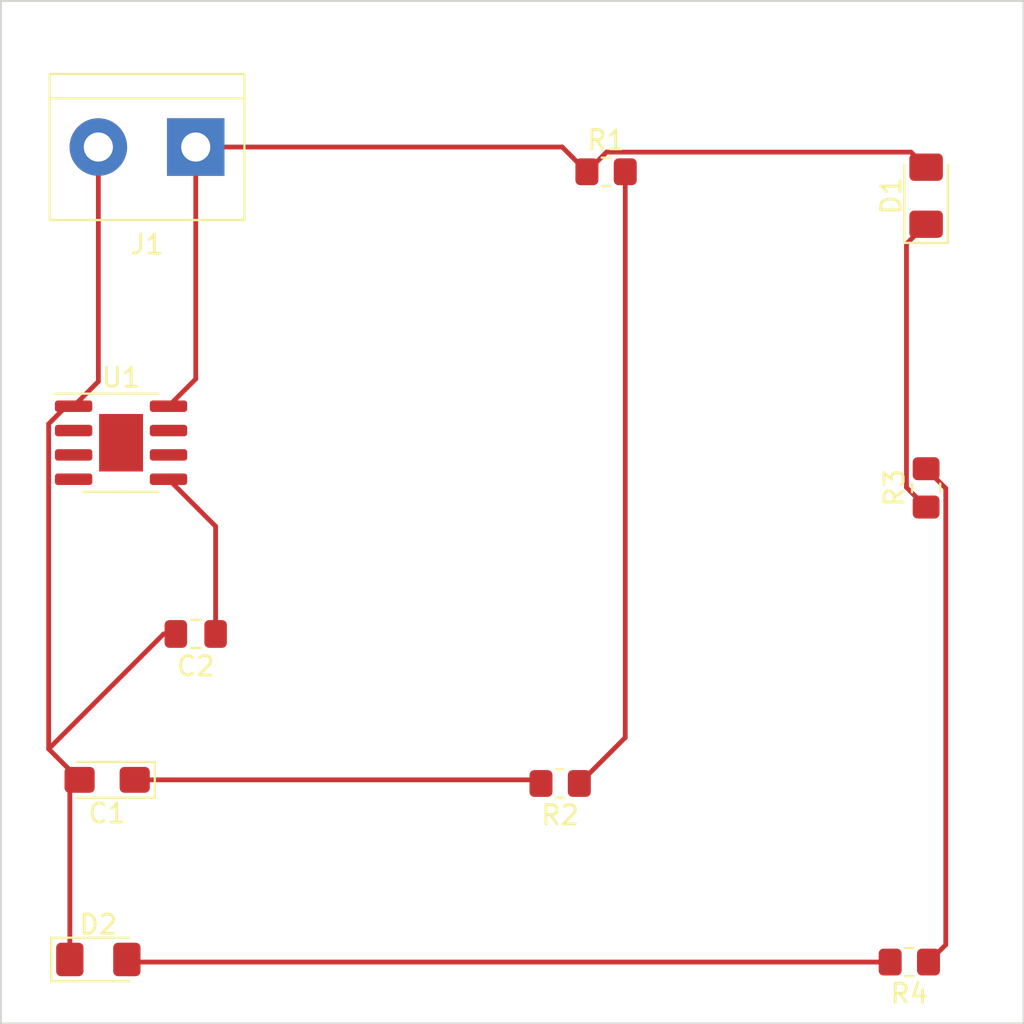
<source format=kicad_pcb>
(kicad_pcb (version 20211014) (generator pcbnew)
  (layers (0 "F.Cu" signal) (31 "B.Cu" signal) (34 "B.Paste" user) (35 "F.Paste" user) (36 "B.SilkS" user "B.Silkscreen") (37 "F.SilkS" user "F.Silkscreen") (38 "B.Mask" user) (39 "F.Mask" user) (44 "Edge.Cuts" user))
  (net 0 "")
  (net 1 "GND")
  (net 5 "Net-(C2-Pad1)")
  (net 8 "+9V")
  (net 9 "Net-(C1-Pad1)")
  (net 10 "Net-(R3-Pad1)")
  (net 11 "Net-(D2-Pad2)")
  (net 12 "Net-(R2-Pad1)")
  (net 13 "Net-(R4-Pad1)")
  (footprint "Capacitor_SMD:C_0805_2012Metric_Pad1.18x1.45mm_HandSolder" (layer "F.Cu") (at 190.5 109.22 180)
    (fp_text reference "C2" (at 0 -1.68) (layer "F.SilkS"))
    (fp_text value "0.01 uF")
    (fp_line (start -0.261252 -0.735) (end 0.261252 -0.735) (layer "F.SilkS") (width 0.12))
    (fp_line (start -0.261252 0.735) (end 0.261252 0.735) (layer "F.SilkS") (width 0.12))
    (pad "1" smd roundrect (at -1.0375 0 180) (size 1.175 1.45) (layers "F.Cu" "F.Paste" "F.Mask") (roundrect_rratio 0.2127659574) (net 5 "Net-(C2-Pad1)"))
    (pad "2" smd roundrect (at 1.0375 0 180) (size 1.175 1.45) (layers "F.Cu" "F.Paste" "F.Mask") (roundrect_rratio 0.2127659574) (net 1 "GND"))
  )
  (footprint "Resistor_SMD:R_0805_2012Metric_Pad1.20x1.40mm_HandSolder" (layer "F.Cu") (at 228.6 101.6 90)
    (fp_text reference "R3" (at 0 -1.65 90) (layer "F.SilkS"))
    (fp_text value "1k")
    (fp_line (start -0.227064 -0.735) (end 0.227064 -0.735) (layer "F.SilkS") (width 0.12))
    (fp_line (start -0.227064 0.735) (end 0.227064 0.735) (layer "F.SilkS") (width 0.12))
    (pad "1" smd roundrect (at -1 0 90) (size 1.2 1.4) (layers "F.Cu" "F.Paste" "F.Mask") (roundrect_rratio 0.2083333333) (net 10 "Net-(R3-Pad1)"))
    (pad "2" smd roundrect (at 1 0 90) (size 1.2 1.4) (layers "F.Cu" "F.Paste" "F.Mask") (roundrect_rratio 0.2083333333) (net 13 "Net-(R4-Pad1)"))
  )
  (footprint "TerminalBlock:TerminalBlock_bornier-2_P5.08mm" (layer "F.Cu") (at 190.5 83.82 180)
    (fp_text reference "J1" (at 2.54 -5.08) (layer "F.SilkS"))
    (fp_text value "   ")
    (fp_line (start 7.62 2.54) (end -2.54 2.54) (layer "F.SilkS") (width 0.12))
    (fp_line (start -2.54 -3.81) (end -2.54 3.81) (layer "F.SilkS") (width 0.12))
    (fp_line (start 7.62 -3.81) (end -2.54 -3.81) (layer "F.SilkS") (width 0.12))
    (fp_line (start 7.62 3.81) (end 7.62 -3.81) (layer "F.SilkS") (width 0.12))
    (fp_line (start -2.54 3.81) (end 7.62 3.81) (layer "F.SilkS") (width 0.12))
    (pad "1" thru_hole rect (at 0 0 180) (size 3 3) (drill 1.52) (layers *.Cu *.Mask) (net 8 "+9V"))
    (pad "2" thru_hole circle (at 5.08 0 180) (size 3 3) (drill 1.52) (layers *.Cu *.Mask) (net 1 "GND"))
  )
  (footprint "LED_SMD:LED_1206_3216Metric_Pad1.42x1.75mm_HandSolder" (layer "F.Cu") (at 185.42 126.2)
    (fp_text reference "D2" (at 0 -1.82) (layer "F.SilkS"))
    (fp_text value "LED")
    (fp_line (start 1.6 -1.135) (end -2.46 -1.135) (layer "F.SilkS") (width 0.12))
    (fp_line (start -2.46 1.135) (end 1.6 1.135) (layer "F.SilkS") (width 0.12))
    (fp_line (start -2.46 -1.135) (end -2.46 1.135) (layer "F.SilkS") (width 0.12))
    (pad "1" smd roundrect (at -1.4875 0) (size 1.425 1.75) (layers "F.Cu" "F.Paste" "F.Mask") (roundrect_rratio 0.1754392982) (net 1 "GND"))
    (pad "2" smd roundrect (at 1.4875 0) (size 1.425 1.75) (layers "F.Cu" "F.Paste" "F.Mask") (roundrect_rratio 0.1754392982) (net 11 "Net-(D2-Pad2)"))
  )
  (footprint "Resistor_SMD:R_0805_2012Metric_Pad1.20x1.40mm_HandSolder" (layer "F.Cu") (at 227.725 126.335 180)
    (fp_text reference "R4" (at 0 -1.65) (layer "F.SilkS"))
    (fp_text value "1k")
    (fp_line (start -0.227064 -0.735) (end 0.227064 -0.735) (layer "F.SilkS") (width 0.12))
    (fp_line (start -0.227064 0.735) (end 0.227064 0.735) (layer "F.SilkS") (width 0.12))
    (pad "1" smd roundrect (at -1 0 180) (size 1.2 1.4) (layers "F.Cu" "F.Paste" "F.Mask") (roundrect_rratio 0.2083333333) (net 13 "Net-(R4-Pad1)"))
    (pad "2" smd roundrect (at 1 0 180) (size 1.2 1.4) (layers "F.Cu" "F.Paste" "F.Mask") (roundrect_rratio 0.2083333333) (net 11 "Net-(D2-Pad2)"))
  )
  (footprint "Capacitor_Tantalum_SMD:CP_EIA-3216-18_Kemet-A_Pad1.58x1.35mm_HandSolder" (layer "F.Cu") (at 185.88 116.83 180)
    (fp_text reference "C1" (at 0 -1.75) (layer "F.SilkS"))
    (fp_text value "10 uF")
    (fp_line (start 1.6 -0.935) (end -2.485 -0.935) (layer "F.SilkS") (width 0.12))
    (fp_line (start -2.485 -0.935) (end -2.485 0.935) (layer "F.SilkS") (width 0.12))
    (fp_line (start -2.485 0.935) (end 1.6 0.935) (layer "F.SilkS") (width 0.12))
    (pad "1" smd roundrect (at -1.4375 0 180) (size 1.575 1.35) (layers "F.Cu" "F.Paste" "F.Mask") (roundrect_rratio 0.1851851852) (net 9 "Net-(C1-Pad1)"))
    (pad "2" smd roundrect (at 1.4375 0 180) (size 1.575 1.35) (layers "F.Cu" "F.Paste" "F.Mask") (roundrect_rratio 0.1851851852) (net 1 "GND"))
  )
  (footprint "Resistor_SMD:R_0805_2012Metric_Pad1.20x1.40mm_HandSolder" (layer "F.Cu") (at 211.905872 85.11)
    (fp_text reference "R1" (at 0 -1.65) (layer "F.SilkS"))
    (fp_text value "1k")
    (fp_line (start -0.227064 0.735) (end 0.227064 0.735) (layer "F.SilkS") (width 0.12))
    (fp_line (start -0.227064 -0.735) (end 0.227064 -0.735) (layer "F.SilkS") (width 0.12))
    (pad "1" smd roundrect (at -1 0) (size 1.2 1.4) (layers "F.Cu" "F.Paste" "F.Mask") (roundrect_rratio 0.2083333333) (net 8 "+9V"))
    (pad "2" smd roundrect (at 1 0) (size 1.2 1.4) (layers "F.Cu" "F.Paste" "F.Mask") (roundrect_rratio 0.2083333333) (net 12 "Net-(R2-Pad1)"))
  )
  (footprint "Package_SO:SOIC-8-1EP_3.9x4.9mm_P1.27mm_EP2.29x3mm" (layer "F.Cu") (at 186.605 99.245)
    (fp_text reference "U1" (at 0 -3.4) (layer "F.SilkS"))
    (fp_text value "    ")
    (fp_line (start 0 -2.56) (end 1.95 -2.56) (layer "F.SilkS") (width 0.12))
    (fp_line (start 0 2.56) (end -1.95 2.56) (layer "F.SilkS") (width 0.12))
    (fp_line (start 0 2.56) (end 1.95 2.56) (layer "F.SilkS") (width 0.12))
    (fp_line (start 0 -2.56) (end -3.45 -2.56) (layer "F.SilkS") (width 0.12))
    (pad "1" smd roundrect (at -2.475 -1.905) (size 1.95 0.6) (layers "F.Cu" "F.Paste" "F.Mask") (net 1 "GND"))
    (pad "2" smd roundrect (at -2.475 -0.635) (size 1.95 0.6) (layers "F.Cu" "F.Paste" "F.Mask"))
    (pad "3" smd roundrect (at -2.475 0.635) (size 1.95 0.6) (layers "F.Cu" "F.Paste" "F.Mask"))
    (pad "4" smd roundrect (at -2.475 1.905) (size 1.95 0.6) (layers "F.Cu" "F.Paste" "F.Mask"))
    (pad "5" smd roundrect (at 2.475 1.905) (size 1.95 0.6) (layers "F.Cu" "F.Paste" "F.Mask") (net 5 "Net-(C2-Pad1)"))
    (pad "6" smd roundrect (at 2.475 0.635) (size 1.95 0.6) (layers "F.Cu" "F.Paste" "F.Mask"))
    (pad "7" smd roundrect (at 2.475 -0.635) (size 1.95 0.6) (layers "F.Cu" "F.Paste" "F.Mask"))
    (pad "8" smd roundrect (at 2.475 -1.905) (size 1.95 0.6) (layers "F.Cu" "F.Paste" "F.Mask") (net 8 "+9V"))
    (pad "9" smd rect (at 0 0) (size 2.29 3) (layers "F.Cu" "F.Mask"))
  )
  (footprint "LED_SMD:LED_1206_3216Metric_Pad1.42x1.75mm_HandSolder" (layer "F.Cu") (at 228.6 86.36 90)
    (fp_text reference "D1" (at 0 -1.82 90) (layer "F.SilkS"))
    (fp_text value "LED")
    (fp_line (start 1.6 -1.135) (end -2.46 -1.135) (layer "F.SilkS") (width 0.12))
    (fp_line (start -2.46 1.135) (end 1.6 1.135) (layer "F.SilkS") (width 0.12))
    (fp_line (start -2.46 -1.135) (end -2.46 1.135) (layer "F.SilkS") (width 0.12))
    (pad "1" smd roundrect (at -1.4875 0 90) (size 1.425 1.75) (layers "F.Cu" "F.Paste" "F.Mask") (roundrect_rratio 0.1754392982) (net 10 "Net-(R3-Pad1)"))
    (pad "2" smd roundrect (at 1.4875 0 90) (size 1.425 1.75) (layers "F.Cu" "F.Paste" "F.Mask") (roundrect_rratio 0.1754392982) (net 8 "+9V"))
  )
  (footprint "Resistor_SMD:R_0805_2012Metric_Pad1.20x1.40mm_HandSolder" (layer "F.Cu") (at 209.51 117.02 180)
    (fp_text reference "R2" (at 0 -1.65) (layer "F.SilkS"))
    (fp_text value "10k")
    (fp_line (start -0.227064 0.735) (end 0.227064 0.735) (layer "F.SilkS") (width 0.12))
    (fp_line (start -0.227064 -0.735) (end 0.227064 -0.735) (layer "F.SilkS") (width 0.12))
    (pad "1" smd roundrect (at -1 0 180) (size 1.2 1.4) (layers "F.Cu" "F.Paste" "F.Mask") (roundrect_rratio 0.2083333333) (net 12 "Net-(R2-Pad1)"))
    (pad "2" smd roundrect (at 1 0 180) (size 1.2 1.4) (layers "F.Cu" "F.Paste" "F.Mask") (roundrect_rratio 0.2083333333) (net 9 "Net-(C1-Pad1)"))
  )
  (gr_rect (start 180.34 76.2) (end 233.68 129.54) (layer "Edge.Cuts") (width 0.1) (fill none))
  (segment (start 188.8275 109.22) (end 189.4625 109.22) (width 0.25) (layer "F.Cu") (net 1))
  (segment (start 183.753249 97.34) (end 184.13 97.34) (width 0.25) (layer "F.Cu") (net 1))
  (segment (start 182.83 98.263249) (end 183.753249 97.34) (width 0.25) (layer "F.Cu") (net 1))
  (segment (start 182.83 115.2175) (end 188.8275 109.22) (width 0.25) (layer "F.Cu") (net 1))
  (segment (start 182.83 115.2175) (end 182.83 98.263249) (width 0.25) (layer "F.Cu") (net 1))
  (segment (start 185.42 83.82) (end 185.42 96.05) (width 0.25) (layer "F.Cu") (net 1))
  (segment (start 183.9325 126.2) (end 183.9325 117.34) (width 0.25) (layer "F.Cu") (net 1))
  (segment (start 183.9325 117.34) (end 184.4425 116.83) (width 0.25) (layer "F.Cu") (net 1))
  (segment (start 184.4425 116.83) (end 182.83 115.2175) (width 0.25) (layer "F.Cu") (net 1))
  (segment (start 185.42 96.05) (end 184.13 97.34) (width 0.25) (layer "F.Cu") (net 1))
  (segment (start 191.5375 103.6075) (end 191.5375 109.22) (width 0.25) (layer "F.Cu") (net 5))
  (segment (start 189.08 101.15) (end 191.5375 103.6075) (width 0.25) (layer "F.Cu") (net 5))
  (segment (start 190.5 83.82) (end 190.5 95.92) (width 0.25) (layer "F.Cu") (net 8))
  (segment (start 228.6 84.8725) (end 227.8125 84.085) (width 0.25) (layer "F.Cu") (net 8))
  (segment (start 209.615872 83.82) (end 210.905872 85.11) (width 0.25) (layer "F.Cu") (net 8))
  (segment (start 227.8125 84.085) (end 211.930872 84.085) (width 0.25) (layer "F.Cu") (net 8))
  (segment (start 190.5 83.82) (end 209.615872 83.82) (width 0.25) (layer "F.Cu") (net 8))
  (segment (start 190.5 95.92) (end 189.08 97.34) (width 0.25) (layer "F.Cu") (net 8))
  (segment (start 211.930872 84.085) (end 210.905872 85.11) (width 0.25) (layer "F.Cu") (net 8))
  (segment (start 187.3175 116.83) (end 208.32 116.83) (width 0.25) (layer "F.Cu") (net 9))
  (segment (start 208.32 116.83) (end 208.51 117.02) (width 0.25) (layer "F.Cu") (net 9))
  (segment (start 228.6 102.6) (end 227.575 101.575) (width 0.25) (layer "F.Cu") (net 10))
  (segment (start 227.575 101.575) (end 227.575 88.8725) (width 0.25) (layer "F.Cu") (net 10))
  (segment (start 227.575 88.8725) (end 228.6 87.8475) (width 0.25) (layer "F.Cu") (net 10))
  (segment (start 187.0425 126.335) (end 226.725 126.335) (width 0.25) (layer "F.Cu") (net 11))
  (segment (start 186.9075 126.2) (end 187.0425 126.335) (width 0.25) (layer "F.Cu") (net 11))
  (segment (start 212.905872 114.624128) (end 210.51 117.02) (width 0.25) (layer "F.Cu") (net 12))
  (segment (start 212.905872 85.11) (end 212.905872 114.624128) (width 0.25) (layer "F.Cu") (net 12))
  (segment (start 228.725 126.335) (end 229.625 125.435) (width 0.25) (layer "F.Cu") (net 13))
  (segment (start 229.625 101.625) (end 228.6 100.6) (width 0.25) (layer "F.Cu") (net 13))
  (segment (start 229.625 125.435) (end 229.625 101.625) (width 0.25) (layer "F.Cu") (net 13))
)
</source>
